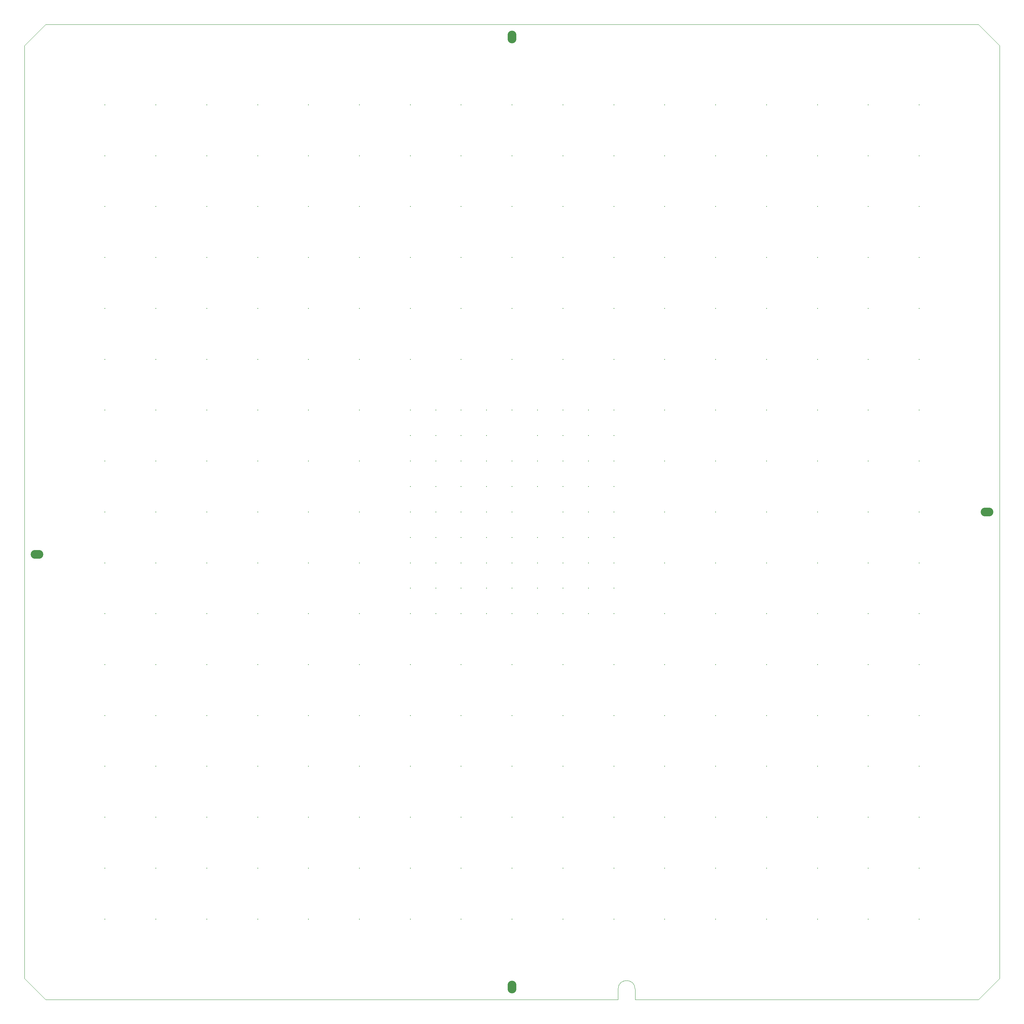
<source format=gbr>
G04 created by R. Pogge 2011 May 3 *
G04 MODS Imaging Pinhole Sieve Mask *

%FSLAX33Y33*%
%MOMM*%
%SFA1.0B1.0*%

G04 Aperture Definition *
%ADD10C,0.0*%
%ADD11C,0.180*%
%ADD501R,0.150X0.700*%
%ADD502R,0.700X0.150*%
%ADD521O,3.000X2.050*%
%ADD522O,2.050X3.000*%

%LNMASK*%
%LPD*%
G04 Slits *
G54D11*
X120000Y120000D03*
G54D11*
X120000Y114000D03*
G54D11*
X120000Y126000D03*
G54D11*
X120000Y108000D03*
G54D11*
X120000Y102000D03*
G54D11*
X120000Y96000D03*
G54D11*
X120000Y84000D03*
G54D11*
X120000Y72000D03*
G54D11*
X120000Y60000D03*
G54D11*
X120000Y48000D03*
G54D11*
X120000Y36000D03*
G54D11*
X120000Y24000D03*
G54D11*
X120000Y132000D03*
G54D11*
X120000Y144000D03*
G54D11*
X120000Y156000D03*
G54D11*
X120000Y168000D03*
G54D11*
X120000Y180000D03*
G54D11*
X120000Y192000D03*
G54D11*
X120000Y204000D03*
G54D11*
X120000Y216000D03*
G54D11*
X108000Y120000D03*
G54D11*
X108000Y114000D03*
G54D11*
X108000Y126000D03*
G54D11*
X108000Y108000D03*
G54D11*
X108000Y102000D03*
G54D11*
X108000Y96000D03*
G54D11*
X108000Y84000D03*
G54D11*
X108000Y72000D03*
G54D11*
X108000Y60000D03*
G54D11*
X108000Y48000D03*
G54D11*
X108000Y36000D03*
G54D11*
X108000Y24000D03*
G54D11*
X108000Y132000D03*
G54D11*
X108000Y138000D03*
G54D11*
X108000Y144000D03*
G54D11*
X108000Y156000D03*
G54D11*
X108000Y168000D03*
G54D11*
X108000Y180000D03*
G54D11*
X108000Y192000D03*
G54D11*
X108000Y204000D03*
G54D11*
X108000Y216000D03*
G54D11*
X132000Y120000D03*
G54D11*
X132000Y114000D03*
G54D11*
X132000Y126000D03*
G54D11*
X132000Y108000D03*
G54D11*
X132000Y102000D03*
G54D11*
X132000Y96000D03*
G54D11*
X132000Y84000D03*
G54D11*
X132000Y72000D03*
G54D11*
X132000Y60000D03*
G54D11*
X132000Y48000D03*
G54D11*
X132000Y36000D03*
G54D11*
X132000Y24000D03*
G54D11*
X132000Y132000D03*
G54D11*
X132000Y138000D03*
G54D11*
X132000Y144000D03*
G54D11*
X132000Y156000D03*
G54D11*
X132000Y168000D03*
G54D11*
X132000Y180000D03*
G54D11*
X132000Y192000D03*
G54D11*
X132000Y204000D03*
G54D11*
X132000Y216000D03*
G54D11*
X102000Y120000D03*
G54D11*
X102000Y114000D03*
G54D11*
X102000Y126000D03*
G54D11*
X102000Y108000D03*
G54D11*
X102000Y102000D03*
G54D11*
X102000Y96000D03*
G54D11*
X102000Y132000D03*
G54D11*
X102000Y138000D03*
G54D11*
X102000Y144000D03*
G54D11*
X138000Y120000D03*
G54D11*
X138000Y114000D03*
G54D11*
X138000Y126000D03*
G54D11*
X138000Y108000D03*
G54D11*
X138000Y102000D03*
G54D11*
X138000Y96000D03*
G54D11*
X138000Y132000D03*
G54D11*
X138000Y138000D03*
G54D11*
X138000Y144000D03*
G54D11*
X96000Y120000D03*
G54D11*
X96000Y114000D03*
G54D11*
X96000Y126000D03*
G54D11*
X96000Y108000D03*
G54D11*
X96000Y102000D03*
G54D11*
X96000Y96000D03*
G54D11*
X96000Y84000D03*
G54D11*
X96000Y72000D03*
G54D11*
X96000Y60000D03*
G54D11*
X96000Y48000D03*
G54D11*
X96000Y36000D03*
G54D11*
X96000Y24000D03*
G54D11*
X96000Y132000D03*
G54D11*
X96000Y138000D03*
G54D11*
X96000Y144000D03*
G54D11*
X96000Y156000D03*
G54D11*
X96000Y168000D03*
G54D11*
X96000Y180000D03*
G54D11*
X96000Y192000D03*
G54D11*
X96000Y204000D03*
G54D11*
X96000Y216000D03*
G54D11*
X144000Y120000D03*
G54D11*
X144000Y114000D03*
G54D11*
X144000Y126000D03*
G54D11*
X144000Y108000D03*
G54D11*
X144000Y102000D03*
G54D11*
X144000Y96000D03*
G54D11*
X144000Y84000D03*
G54D11*
X144000Y72000D03*
G54D11*
X144000Y60000D03*
G54D11*
X144000Y48000D03*
G54D11*
X144000Y36000D03*
G54D11*
X144000Y24000D03*
G54D11*
X144000Y132000D03*
G54D11*
X144000Y138000D03*
G54D11*
X144000Y144000D03*
G54D11*
X144000Y156000D03*
G54D11*
X144000Y168000D03*
G54D11*
X144000Y180000D03*
G54D11*
X144000Y192000D03*
G54D11*
X144000Y204000D03*
G54D11*
X144000Y216000D03*
G54D11*
X84000Y120000D03*
G54D11*
X84000Y108000D03*
G54D11*
X84000Y96000D03*
G54D11*
X84000Y84000D03*
G54D11*
X84000Y72000D03*
G54D11*
X84000Y60000D03*
G54D11*
X84000Y48000D03*
G54D11*
X84000Y36000D03*
G54D11*
X84000Y24000D03*
G54D11*
X84000Y132000D03*
G54D11*
X84000Y144000D03*
G54D11*
X84000Y156000D03*
G54D11*
X84000Y168000D03*
G54D11*
X84000Y180000D03*
G54D11*
X84000Y192000D03*
G54D11*
X84000Y204000D03*
G54D11*
X84000Y216000D03*
G54D11*
X156000Y120000D03*
G54D11*
X156000Y108000D03*
G54D11*
X156000Y96000D03*
G54D11*
X156000Y84000D03*
G54D11*
X156000Y72000D03*
G54D11*
X156000Y60000D03*
G54D11*
X156000Y48000D03*
G54D11*
X156000Y36000D03*
G54D11*
X156000Y24000D03*
G54D11*
X156000Y132000D03*
G54D11*
X156000Y144000D03*
G54D11*
X156000Y156000D03*
G54D11*
X156000Y168000D03*
G54D11*
X156000Y180000D03*
G54D11*
X156000Y192000D03*
G54D11*
X156000Y204000D03*
G54D11*
X156000Y216000D03*
G54D11*
X72000Y120000D03*
G54D11*
X72000Y108000D03*
G54D11*
X72000Y96000D03*
G54D11*
X72000Y84000D03*
G54D11*
X72000Y72000D03*
G54D11*
X72000Y60000D03*
G54D11*
X72000Y48000D03*
G54D11*
X72000Y36000D03*
G54D11*
X72000Y24000D03*
G54D11*
X72000Y132000D03*
G54D11*
X72000Y144000D03*
G54D11*
X72000Y156000D03*
G54D11*
X72000Y168000D03*
G54D11*
X72000Y180000D03*
G54D11*
X72000Y192000D03*
G54D11*
X72000Y204000D03*
G54D11*
X72000Y216000D03*
G54D11*
X168000Y120000D03*
G54D11*
X168000Y108000D03*
G54D11*
X168000Y96000D03*
G54D11*
X168000Y84000D03*
G54D11*
X168000Y72000D03*
G54D11*
X168000Y60000D03*
G54D11*
X168000Y48000D03*
G54D11*
X168000Y36000D03*
G54D11*
X168000Y24000D03*
G54D11*
X168000Y132000D03*
G54D11*
X168000Y144000D03*
G54D11*
X168000Y156000D03*
G54D11*
X168000Y168000D03*
G54D11*
X168000Y180000D03*
G54D11*
X168000Y192000D03*
G54D11*
X168000Y204000D03*
G54D11*
X168000Y216000D03*
G54D11*
X114000Y120000D03*
G54D11*
X114000Y114000D03*
G54D11*
X114000Y126000D03*
G54D11*
X114000Y108000D03*
G54D11*
X114000Y102000D03*
G54D11*
X114000Y96000D03*
G54D11*
X114000Y132000D03*
G54D11*
X114000Y138000D03*
G54D11*
X114000Y144000D03*
G54D11*
X126000Y114000D03*
G54D11*
X126000Y126000D03*
G54D11*
X126000Y108000D03*
G54D11*
X126000Y102000D03*
G54D11*
X126000Y96000D03*
G54D11*
X126000Y132000D03*
G54D11*
X126000Y138000D03*
G54D11*
X126000Y144000D03*
G54D11*
X60000Y120000D03*
G54D11*
X60000Y108000D03*
G54D11*
X60000Y96000D03*
G54D11*
X60000Y84000D03*
G54D11*
X60000Y72000D03*
G54D11*
X60000Y60000D03*
G54D11*
X60000Y48000D03*
G54D11*
X60000Y36000D03*
G54D11*
X60000Y24000D03*
G54D11*
X60000Y132000D03*
G54D11*
X60000Y144000D03*
G54D11*
X60000Y156000D03*
G54D11*
X60000Y168000D03*
G54D11*
X60000Y180000D03*
G54D11*
X60000Y192000D03*
G54D11*
X60000Y204000D03*
G54D11*
X60000Y216000D03*
G54D11*
X180000Y120000D03*
G54D11*
X180000Y108000D03*
G54D11*
X180000Y96000D03*
G54D11*
X180000Y84000D03*
G54D11*
X180000Y72000D03*
G54D11*
X180000Y60000D03*
G54D11*
X180000Y48000D03*
G54D11*
X180000Y36000D03*
G54D11*
X180000Y24000D03*
G54D11*
X180000Y132000D03*
G54D11*
X180000Y144000D03*
G54D11*
X180000Y156000D03*
G54D11*
X180000Y168000D03*
G54D11*
X180000Y180000D03*
G54D11*
X180000Y192000D03*
G54D11*
X180000Y204000D03*
G54D11*
X180000Y216000D03*
G54D11*
X48000Y120000D03*
G54D11*
X48000Y108000D03*
G54D11*
X48000Y96000D03*
G54D11*
X48000Y84000D03*
G54D11*
X48000Y72000D03*
G54D11*
X48000Y60000D03*
G54D11*
X48000Y48000D03*
G54D11*
X48000Y36000D03*
G54D11*
X48000Y24000D03*
G54D11*
X48000Y132000D03*
G54D11*
X48000Y144000D03*
G54D11*
X48000Y156000D03*
G54D11*
X48000Y168000D03*
G54D11*
X48000Y180000D03*
G54D11*
X48000Y192000D03*
G54D11*
X48000Y204000D03*
G54D11*
X48000Y216000D03*
G54D11*
X192000Y120000D03*
G54D11*
X192000Y108000D03*
G54D11*
X192000Y96000D03*
G54D11*
X192000Y84000D03*
G54D11*
X192000Y72000D03*
G54D11*
X192000Y60000D03*
G54D11*
X192000Y48000D03*
G54D11*
X192000Y36000D03*
G54D11*
X192000Y24000D03*
G54D11*
X192000Y132000D03*
G54D11*
X192000Y144000D03*
G54D11*
X192000Y156000D03*
G54D11*
X192000Y168000D03*
G54D11*
X192000Y180000D03*
G54D11*
X192000Y192000D03*
G54D11*
X192000Y204000D03*
G54D11*
X192000Y216000D03*
G54D11*
X36000Y120000D03*
G54D11*
X36000Y108000D03*
G54D11*
X36000Y96000D03*
G54D11*
X36000Y84000D03*
G54D11*
X36000Y72000D03*
G54D11*
X36000Y60000D03*
G54D11*
X36000Y48000D03*
G54D11*
X36000Y36000D03*
G54D11*
X36000Y24000D03*
G54D11*
X36000Y132000D03*
G54D11*
X36000Y144000D03*
G54D11*
X36000Y156000D03*
G54D11*
X36000Y168000D03*
G54D11*
X36000Y180000D03*
G54D11*
X36000Y192000D03*
G54D11*
X36000Y204000D03*
G54D11*
X36000Y216000D03*
G54D11*
X204000Y120000D03*
G54D11*
X204000Y108000D03*
G54D11*
X204000Y96000D03*
G54D11*
X204000Y84000D03*
G54D11*
X204000Y72000D03*
G54D11*
X204000Y60000D03*
G54D11*
X204000Y48000D03*
G54D11*
X204000Y36000D03*
G54D11*
X204000Y24000D03*
G54D11*
X204000Y132000D03*
G54D11*
X204000Y144000D03*
G54D11*
X204000Y156000D03*
G54D11*
X204000Y168000D03*
G54D11*
X204000Y180000D03*
G54D11*
X204000Y192000D03*
G54D11*
X204000Y204000D03*
G54D11*
X204000Y216000D03*
G54D11*
X24000Y120000D03*
G54D11*
X24000Y108000D03*
G54D11*
X24000Y96000D03*
G54D11*
X24000Y84000D03*
G54D11*
X24000Y72000D03*
G54D11*
X24000Y60000D03*
G54D11*
X24000Y48000D03*
G54D11*
X24000Y36000D03*
G54D11*
X24000Y24000D03*
G54D11*
X24000Y132000D03*
G54D11*
X24000Y144000D03*
G54D11*
X24000Y156000D03*
G54D11*
X24000Y168000D03*
G54D11*
X24000Y180000D03*
G54D11*
X24000Y192000D03*
G54D11*
X24000Y204000D03*
G54D11*
X24000Y216000D03*
G54D11*
X216000Y120000D03*
G54D11*
X216000Y108000D03*
G54D11*
X216000Y96000D03*
G54D11*
X216000Y84000D03*
G54D11*
X216000Y72000D03*
G54D11*
X216000Y60000D03*
G54D11*
X216000Y48000D03*
G54D11*
X216000Y36000D03*
G54D11*
X216000Y24000D03*
G54D11*
X216000Y132000D03*
G54D11*
X216000Y144000D03*
G54D11*
X216000Y156000D03*
G54D11*
X216000Y168000D03*
G54D11*
X216000Y180000D03*
G54D11*
X216000Y192000D03*
G54D11*
X216000Y204000D03*
G54D11*
X216000Y216000D03*

G04 Centering Holes *
G54D521*
X232000Y120000D03*
X8000Y110000D03*
G54D522*
X120000Y232000D03*
X120000Y8000D03*
G54D10*

G04 Mask Countour *
G01X5000Y10000D02*
X10000Y5000D01*
X145000Y5000D01*
X145000Y7500D01*
G75*
G02X149000Y7500I2000J0D01*
G01X149000Y5000D01*
X230000Y5000D01*
X235000Y10000D01*
X235000Y230000D01*
X230000Y235000D01*
X10000Y235000D01*
X5000Y230000D01*
X5000Y10000D01*
M02*

</source>
